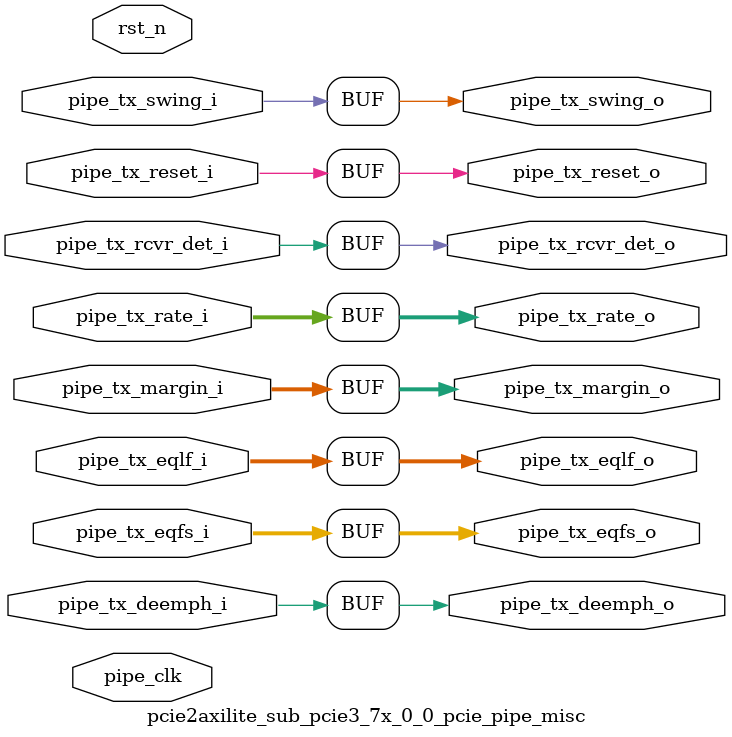
<source format=v>

`timescale 1ps/1ps

module pcie2axilite_sub_pcie3_7x_0_0_pcie_pipe_misc #
(
  parameter        TCQ = 100,
  parameter        PIPE_PIPELINE_STAGES = 0    // 0 - 0 stages, 1 - 1 stage, 2 - 2 stages
) (

  input   wire        pipe_tx_rcvr_det_i      ,     // PIPE Tx Receiver Detect
  input   wire        pipe_tx_reset_i         ,     // PIPE Tx Reset
  input   wire [1:0]  pipe_tx_rate_i          ,     // PIPE Tx Rate
  input   wire        pipe_tx_deemph_i        ,     // PIPE Tx Deemphasis
  input   wire [2:0]  pipe_tx_margin_i        ,     // PIPE Tx Margin
  input   wire        pipe_tx_swing_i         ,     // PIPE Tx Swing
  input   wire [5:0]  pipe_tx_eqfs_i          ,     // PIPE Tx
  input   wire [5:0]  pipe_tx_eqlf_i          ,     // PIPE Tx
  output  wire        pipe_tx_rcvr_det_o      ,     // Pipelined PIPE Tx Receiver Detect
  output  wire        pipe_tx_reset_o         ,     // Pipelined PIPE Tx Reset
  output  wire [1:0]  pipe_tx_rate_o          ,     // Pipelined PIPE Tx Rate
  output  wire        pipe_tx_deemph_o        ,     // Pipelined PIPE Tx Deemphasis
  output  wire [2:0]  pipe_tx_margin_o        ,     // Pipelined PIPE Tx Margin
  output  wire        pipe_tx_swing_o         ,     // Pipelined PIPE Tx Swing
  output wire [5:0]  pipe_tx_eqfs_o           ,     // PIPE Tx
  output wire [5:0]  pipe_tx_eqlf_o           ,     // PIPE Tx

  input   wire        pipe_clk                ,     // PIPE Clock
  input   wire        rst_n                         // Reset
);

  //******************************************************************//
  // Reality check.                                                   //
  //******************************************************************//

  reg                pipe_tx_rcvr_det_q       ;
  reg                pipe_tx_reset_q          ;
  reg [1:0]          pipe_tx_rate_q           ;
  reg                pipe_tx_deemph_q         ;
  reg [2:0]          pipe_tx_margin_q         ;
  reg                pipe_tx_swing_q          ;
  reg                pipe_tx_eqfs_q          ;
  reg                pipe_tx_eqlf_q          ;

  reg                pipe_tx_rcvr_det_qq      ;
  reg                pipe_tx_reset_qq         ;
  reg [1:0]          pipe_tx_rate_qq          ;
  reg                pipe_tx_deemph_qq        ;
  reg [2:0]          pipe_tx_margin_qq        ;
  reg                pipe_tx_swing_qq         ;
  reg                pipe_tx_eqfs_qq          ;
  reg                pipe_tx_eqlf_qq          ;


  generate

  if (PIPE_PIPELINE_STAGES == 0) begin : pipe_stages_0

      assign pipe_tx_rcvr_det_o = pipe_tx_rcvr_det_i;
      assign pipe_tx_reset_o    = pipe_tx_reset_i;
      assign pipe_tx_rate_o     = pipe_tx_rate_i;
      assign pipe_tx_deemph_o   = pipe_tx_deemph_i;
      assign pipe_tx_margin_o   = pipe_tx_margin_i;
      assign pipe_tx_swing_o    = pipe_tx_swing_i;
      assign pipe_tx_eqfs_o     = pipe_tx_eqfs_i;
      assign pipe_tx_eqlf_o     = pipe_tx_eqlf_i;

  end // if (PIPE_PIPELINE_STAGES == 0)
  else if (PIPE_PIPELINE_STAGES == 1) begin : pipe_stages_1

    always @(posedge pipe_clk) begin

      if (!rst_n)
      begin

        pipe_tx_rcvr_det_q <= #TCQ 1'b0;
        pipe_tx_reset_q    <= #TCQ 1'b1;
        pipe_tx_rate_q     <= #TCQ 2'b0;
        pipe_tx_deemph_q   <= #TCQ 1'b1;
        pipe_tx_margin_q   <= #TCQ 3'b0;
        pipe_tx_swing_q    <= #TCQ 1'b0;
        pipe_tx_eqfs_q     <= #TCQ 5'b0;
        pipe_tx_eqlf_q     <= #TCQ 5'b0;

      end
      else
      begin

        pipe_tx_rcvr_det_q <= #TCQ pipe_tx_rcvr_det_i;
        pipe_tx_reset_q    <= #TCQ pipe_tx_reset_i;
        pipe_tx_rate_q     <= #TCQ pipe_tx_rate_i;
        pipe_tx_deemph_q   <= #TCQ pipe_tx_deemph_i;
        pipe_tx_margin_q   <= #TCQ pipe_tx_margin_i;
        pipe_tx_swing_q    <= #TCQ pipe_tx_swing_i;
        pipe_tx_eqfs_q     <= #TCQ pipe_tx_eqfs_i;
        pipe_tx_eqlf_q     <= #TCQ pipe_tx_eqlf_i;

      end

    end

    assign pipe_tx_rcvr_det_o = pipe_tx_rcvr_det_q;
    assign pipe_tx_reset_o    = pipe_tx_reset_q;
    assign pipe_tx_rate_o     = pipe_tx_rate_q;
    assign pipe_tx_deemph_o   = pipe_tx_deemph_q;
    assign pipe_tx_margin_o   = pipe_tx_margin_q;
    assign pipe_tx_swing_o    = pipe_tx_swing_q;
    assign pipe_tx_eqfs_o     = pipe_tx_eqfs_q;
    assign pipe_tx_eqlf_o     = pipe_tx_eqlf_q;

  end // if (PIPE_PIPELINE_STAGES == 1)
  else if (PIPE_PIPELINE_STAGES == 2) begin : pipe_stages_2

    always @(posedge pipe_clk) begin

      if (!rst_n)
      begin

        pipe_tx_rcvr_det_q  <= #TCQ 1'b0;
        pipe_tx_reset_q     <= #TCQ 1'b1;
        pipe_tx_rate_q      <= #TCQ 2'b0;
        pipe_tx_deemph_q    <= #TCQ 1'b1;
        pipe_tx_margin_q    <= #TCQ 1'b0;
        pipe_tx_swing_q     <= #TCQ 1'b0;
        pipe_tx_eqfs_q      <= #TCQ 5'b0;
        pipe_tx_eqlf_q      <= #TCQ 5'b0;

        pipe_tx_rcvr_det_qq <= #TCQ 1'b0;
        pipe_tx_reset_qq    <= #TCQ 1'b1;
        pipe_tx_rate_qq     <= #TCQ 2'b0;
        pipe_tx_deemph_qq   <= #TCQ 1'b1;
        pipe_tx_margin_qq   <= #TCQ 1'b0;
        pipe_tx_swing_qq    <= #TCQ 1'b0;
        pipe_tx_eqfs_qq     <= #TCQ 5'b0;
        pipe_tx_eqlf_qq     <= #TCQ 5'b0;

      end
      else
      begin

        pipe_tx_rcvr_det_q  <= #TCQ pipe_tx_rcvr_det_i;
        pipe_tx_reset_q     <= #TCQ pipe_tx_reset_i;
        pipe_tx_rate_q      <= #TCQ pipe_tx_rate_i;
        pipe_tx_deemph_q    <= #TCQ pipe_tx_deemph_i;
        pipe_tx_margin_q    <= #TCQ pipe_tx_margin_i;
        pipe_tx_swing_q     <= #TCQ pipe_tx_swing_i;
        pipe_tx_eqfs_q      <= #TCQ pipe_tx_eqfs_i;
        pipe_tx_eqlf_q      <= #TCQ pipe_tx_eqlf_i;

        pipe_tx_rcvr_det_qq <= #TCQ pipe_tx_rcvr_det_q;
        pipe_tx_reset_qq    <= #TCQ pipe_tx_reset_q;
        pipe_tx_rate_qq     <= #TCQ pipe_tx_rate_q;
        pipe_tx_deemph_qq   <= #TCQ pipe_tx_deemph_q;
        pipe_tx_margin_qq   <= #TCQ pipe_tx_margin_q;
        pipe_tx_swing_qq    <= #TCQ pipe_tx_swing_q;
        pipe_tx_eqfs_qq     <= #TCQ pipe_tx_eqfs_q;
        pipe_tx_eqlf_qq     <= #TCQ pipe_tx_eqlf_q;

      end

    end

    assign pipe_tx_rcvr_det_o = pipe_tx_rcvr_det_qq;
    assign pipe_tx_reset_o    = pipe_tx_reset_qq;
    assign pipe_tx_rate_o     = pipe_tx_rate_qq;
    assign pipe_tx_deemph_o   = pipe_tx_deemph_qq;
    assign pipe_tx_margin_o   = pipe_tx_margin_qq;
    assign pipe_tx_swing_o    = pipe_tx_swing_qq;
    assign pipe_tx_eqfs_o     = pipe_tx_eqfs_qq;
    assign pipe_tx_eqlf_o     = pipe_tx_eqlf_qq;

  end // if (PIPE_PIPELINE_STAGES == 2)

  // Default to zero pipeline stages if PIPE_PIPELINE_STAGES != 0,1,2
  else begin
    assign pipe_tx_rcvr_det_o = pipe_tx_rcvr_det_i;
    assign pipe_tx_reset_o    = pipe_tx_reset_i;
    assign pipe_tx_rate_o     = pipe_tx_rate_i;
    assign pipe_tx_deemph_o   = pipe_tx_deemph_i;
    assign pipe_tx_margin_o   = pipe_tx_margin_i;
    assign pipe_tx_swing_o    = pipe_tx_swing_i;
    assign pipe_tx_eqfs_o     = pipe_tx_eqfs_i;
    assign pipe_tx_eqlf_o     = pipe_tx_eqlf_i;
  end
  endgenerate

endmodule


</source>
